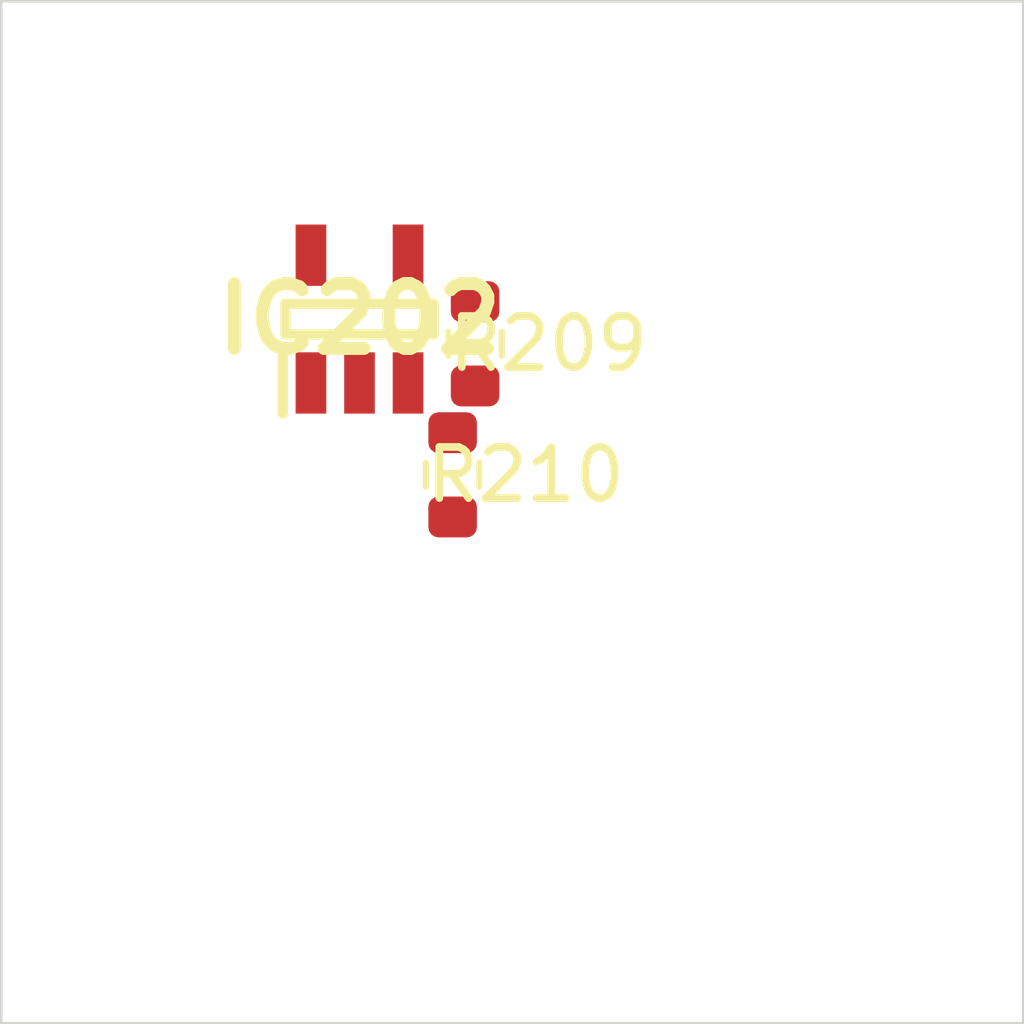
<source format=kicad_pcb>
 ( kicad_pcb  ( version 20171130 )
 ( host pcbnew 5.1.12-84ad8e8a86~92~ubuntu18.04.1 )
 ( general  ( thickness 1.6 )
 ( drawings 4 )
 ( tracks 0 )
 ( zones 0 )
 ( modules 3 )
 ( nets 5 )
)
 ( page A4 )
 ( layers  ( 0 F.Cu signal )
 ( 31 B.Cu signal )
 ( 32 B.Adhes user )
 ( 33 F.Adhes user )
 ( 34 B.Paste user )
 ( 35 F.Paste user )
 ( 36 B.SilkS user )
 ( 37 F.SilkS user )
 ( 38 B.Mask user )
 ( 39 F.Mask user )
 ( 40 Dwgs.User user )
 ( 41 Cmts.User user )
 ( 42 Eco1.User user )
 ( 43 Eco2.User user )
 ( 44 Edge.Cuts user )
 ( 45 Margin user )
 ( 46 B.CrtYd user )
 ( 47 F.CrtYd user )
 ( 48 B.Fab user )
 ( 49 F.Fab user )
)
 ( setup  ( last_trace_width 0.25 )
 ( trace_clearance 0.2 )
 ( zone_clearance 0.508 )
 ( zone_45_only no )
 ( trace_min 0.2 )
 ( via_size 0.8 )
 ( via_drill 0.4 )
 ( via_min_size 0.4 )
 ( via_min_drill 0.3 )
 ( uvia_size 0.3 )
 ( uvia_drill 0.1 )
 ( uvias_allowed no )
 ( uvia_min_size 0.2 )
 ( uvia_min_drill 0.1 )
 ( edge_width 0.05 )
 ( segment_width 0.2 )
 ( pcb_text_width 0.3 )
 ( pcb_text_size 1.5 1.5 )
 ( mod_edge_width 0.12 )
 ( mod_text_size 1 1 )
 ( mod_text_width 0.15 )
 ( pad_size 1.524 1.524 )
 ( pad_drill 0.762 )
 ( pad_to_mask_clearance 0 )
 ( aux_axis_origin 0 0 )
 ( visible_elements FFFFFF7F )
 ( pcbplotparams  ( layerselection 0x010fc_ffffffff )
 ( usegerberextensions false )
 ( usegerberattributes true )
 ( usegerberadvancedattributes true )
 ( creategerberjobfile true )
 ( excludeedgelayer true )
 ( linewidth 0.100000 )
 ( plotframeref false )
 ( viasonmask false )
 ( mode 1 )
 ( useauxorigin false )
 ( hpglpennumber 1 )
 ( hpglpenspeed 20 )
 ( hpglpendiameter 15.000000 )
 ( psnegative false )
 ( psa4output false )
 ( plotreference true )
 ( plotvalue true )
 ( plotinvisibletext false )
 ( padsonsilk false )
 ( subtractmaskfromsilk false )
 ( outputformat 1 )
 ( mirror false )
 ( drillshape 1 )
 ( scaleselection 1 )
 ( outputdirectory "" )
)
)
 ( net 0 "" )
 ( net 1 GND )
 ( net 2 VDDA )
 ( net 3 /Sheet6235D886/vp )
 ( net 4 "Net-(IC202-Pad3)" )
 ( net_class Default "This is the default net class."  ( clearance 0.2 )
 ( trace_width 0.25 )
 ( via_dia 0.8 )
 ( via_drill 0.4 )
 ( uvia_dia 0.3 )
 ( uvia_drill 0.1 )
 ( add_net /Sheet6235D886/vp )
 ( add_net GND )
 ( add_net "Net-(IC202-Pad3)" )
 ( add_net VDDA )
)
 ( module SOT95P280X145-5N locked  ( layer F.Cu )
 ( tedit 62336ED7 )
 ( tstamp 623423ED )
 ( at 87.010600 106.220000 90.000000 )
 ( descr DBV0005A )
 ( tags "Integrated Circuit" )
 ( path /6235D887/6266C08E )
 ( attr smd )
 ( fp_text reference IC202  ( at 0 0 )
 ( layer F.SilkS )
 ( effects  ( font  ( size 1.27 1.27 )
 ( thickness 0.254 )
)
)
)
 ( fp_text value TL071HIDBVR  ( at 0 0 )
 ( layer F.SilkS )
hide  ( effects  ( font  ( size 1.27 1.27 )
 ( thickness 0.254 )
)
)
)
 ( fp_line  ( start -1.85 -1.5 )
 ( end -0.65 -1.5 )
 ( layer F.SilkS )
 ( width 0.2 )
)
 ( fp_line  ( start -0.3 1.45 )
 ( end -0.3 -1.45 )
 ( layer F.SilkS )
 ( width 0.2 )
)
 ( fp_line  ( start 0.3 1.45 )
 ( end -0.3 1.45 )
 ( layer F.SilkS )
 ( width 0.2 )
)
 ( fp_line  ( start 0.3 -1.45 )
 ( end 0.3 1.45 )
 ( layer F.SilkS )
 ( width 0.2 )
)
 ( fp_line  ( start -0.3 -1.45 )
 ( end 0.3 -1.45 )
 ( layer F.SilkS )
 ( width 0.2 )
)
 ( fp_line  ( start -0.8 -0.5 )
 ( end 0.15 -1.45 )
 ( layer Dwgs.User )
 ( width 0.1 )
)
 ( fp_line  ( start -0.8 1.45 )
 ( end -0.8 -1.45 )
 ( layer Dwgs.User )
 ( width 0.1 )
)
 ( fp_line  ( start 0.8 1.45 )
 ( end -0.8 1.45 )
 ( layer Dwgs.User )
 ( width 0.1 )
)
 ( fp_line  ( start 0.8 -1.45 )
 ( end 0.8 1.45 )
 ( layer Dwgs.User )
 ( width 0.1 )
)
 ( fp_line  ( start -0.8 -1.45 )
 ( end 0.8 -1.45 )
 ( layer Dwgs.User )
 ( width 0.1 )
)
 ( fp_line  ( start -2.1 1.775 )
 ( end -2.1 -1.775 )
 ( layer Dwgs.User )
 ( width 0.05 )
)
 ( fp_line  ( start 2.1 1.775 )
 ( end -2.1 1.775 )
 ( layer Dwgs.User )
 ( width 0.05 )
)
 ( fp_line  ( start 2.1 -1.775 )
 ( end 2.1 1.775 )
 ( layer Dwgs.User )
 ( width 0.05 )
)
 ( fp_line  ( start -2.1 -1.775 )
 ( end 2.1 -1.775 )
 ( layer Dwgs.User )
 ( width 0.05 )
)
 ( pad 1 smd rect  ( at -1.25 -0.95 180.000000 )
 ( size 0.6 1.2 )
 ( layers F.Cu F.Mask F.Paste )
 ( net 3 /Sheet6235D886/vp )
)
 ( pad 2 smd rect  ( at -1.25 0 180.000000 )
 ( size 0.6 1.2 )
 ( layers F.Cu F.Mask F.Paste )
 ( net 1 GND )
)
 ( pad 3 smd rect  ( at -1.25 0.95 180.000000 )
 ( size 0.6 1.2 )
 ( layers F.Cu F.Mask F.Paste )
 ( net 4 "Net-(IC202-Pad3)" )
)
 ( pad 4 smd rect  ( at 1.25 0.95 180.000000 )
 ( size 0.6 1.2 )
 ( layers F.Cu F.Mask F.Paste )
 ( net 3 /Sheet6235D886/vp )
)
 ( pad 5 smd rect  ( at 1.25 -0.95 180.000000 )
 ( size 0.6 1.2 )
 ( layers F.Cu F.Mask F.Paste )
 ( net 2 VDDA )
)
)
 ( module Resistor_SMD:R_0603_1608Metric  ( layer F.Cu )
 ( tedit 5F68FEEE )
 ( tstamp 62342595 )
 ( at 89.273100 106.704000 270.000000 )
 ( descr "Resistor SMD 0603 (1608 Metric), square (rectangular) end terminal, IPC_7351 nominal, (Body size source: IPC-SM-782 page 72, https://www.pcb-3d.com/wordpress/wp-content/uploads/ipc-sm-782a_amendment_1_and_2.pdf), generated with kicad-footprint-generator" )
 ( tags resistor )
 ( path /6235D887/623CDBD9 )
 ( attr smd )
 ( fp_text reference R209  ( at 0 -1.43 )
 ( layer F.SilkS )
 ( effects  ( font  ( size 1 1 )
 ( thickness 0.15 )
)
)
)
 ( fp_text value 100k  ( at 0 1.43 )
 ( layer F.Fab )
 ( effects  ( font  ( size 1 1 )
 ( thickness 0.15 )
)
)
)
 ( fp_line  ( start -0.8 0.4125 )
 ( end -0.8 -0.4125 )
 ( layer F.Fab )
 ( width 0.1 )
)
 ( fp_line  ( start -0.8 -0.4125 )
 ( end 0.8 -0.4125 )
 ( layer F.Fab )
 ( width 0.1 )
)
 ( fp_line  ( start 0.8 -0.4125 )
 ( end 0.8 0.4125 )
 ( layer F.Fab )
 ( width 0.1 )
)
 ( fp_line  ( start 0.8 0.4125 )
 ( end -0.8 0.4125 )
 ( layer F.Fab )
 ( width 0.1 )
)
 ( fp_line  ( start -0.237258 -0.5225 )
 ( end 0.237258 -0.5225 )
 ( layer F.SilkS )
 ( width 0.12 )
)
 ( fp_line  ( start -0.237258 0.5225 )
 ( end 0.237258 0.5225 )
 ( layer F.SilkS )
 ( width 0.12 )
)
 ( fp_line  ( start -1.48 0.73 )
 ( end -1.48 -0.73 )
 ( layer F.CrtYd )
 ( width 0.05 )
)
 ( fp_line  ( start -1.48 -0.73 )
 ( end 1.48 -0.73 )
 ( layer F.CrtYd )
 ( width 0.05 )
)
 ( fp_line  ( start 1.48 -0.73 )
 ( end 1.48 0.73 )
 ( layer F.CrtYd )
 ( width 0.05 )
)
 ( fp_line  ( start 1.48 0.73 )
 ( end -1.48 0.73 )
 ( layer F.CrtYd )
 ( width 0.05 )
)
 ( fp_text user %R  ( at 0 0 )
 ( layer F.Fab )
 ( effects  ( font  ( size 0.4 0.4 )
 ( thickness 0.06 )
)
)
)
 ( pad 1 smd roundrect  ( at -0.825 0 270.000000 )
 ( size 0.8 0.95 )
 ( layers F.Cu F.Mask F.Paste )
 ( roundrect_rratio 0.25 )
 ( net 2 VDDA )
)
 ( pad 2 smd roundrect  ( at 0.825 0 270.000000 )
 ( size 0.8 0.95 )
 ( layers F.Cu F.Mask F.Paste )
 ( roundrect_rratio 0.25 )
 ( net 4 "Net-(IC202-Pad3)" )
)
 ( model ${KISYS3DMOD}/Resistor_SMD.3dshapes/R_0603_1608Metric.wrl  ( at  ( xyz 0 0 0 )
)
 ( scale  ( xyz 1 1 1 )
)
 ( rotate  ( xyz 0 0 0 )
)
)
)
 ( module Resistor_SMD:R_0603_1608Metric  ( layer F.Cu )
 ( tedit 5F68FEEE )
 ( tstamp 623425A6 )
 ( at 88.833200 109.268000 270.000000 )
 ( descr "Resistor SMD 0603 (1608 Metric), square (rectangular) end terminal, IPC_7351 nominal, (Body size source: IPC-SM-782 page 72, https://www.pcb-3d.com/wordpress/wp-content/uploads/ipc-sm-782a_amendment_1_and_2.pdf), generated with kicad-footprint-generator" )
 ( tags resistor )
 ( path /6235D887/623CDBDF )
 ( attr smd )
 ( fp_text reference R210  ( at 0 -1.43 )
 ( layer F.SilkS )
 ( effects  ( font  ( size 1 1 )
 ( thickness 0.15 )
)
)
)
 ( fp_text value 100k  ( at 0 1.43 )
 ( layer F.Fab )
 ( effects  ( font  ( size 1 1 )
 ( thickness 0.15 )
)
)
)
 ( fp_line  ( start 1.48 0.73 )
 ( end -1.48 0.73 )
 ( layer F.CrtYd )
 ( width 0.05 )
)
 ( fp_line  ( start 1.48 -0.73 )
 ( end 1.48 0.73 )
 ( layer F.CrtYd )
 ( width 0.05 )
)
 ( fp_line  ( start -1.48 -0.73 )
 ( end 1.48 -0.73 )
 ( layer F.CrtYd )
 ( width 0.05 )
)
 ( fp_line  ( start -1.48 0.73 )
 ( end -1.48 -0.73 )
 ( layer F.CrtYd )
 ( width 0.05 )
)
 ( fp_line  ( start -0.237258 0.5225 )
 ( end 0.237258 0.5225 )
 ( layer F.SilkS )
 ( width 0.12 )
)
 ( fp_line  ( start -0.237258 -0.5225 )
 ( end 0.237258 -0.5225 )
 ( layer F.SilkS )
 ( width 0.12 )
)
 ( fp_line  ( start 0.8 0.4125 )
 ( end -0.8 0.4125 )
 ( layer F.Fab )
 ( width 0.1 )
)
 ( fp_line  ( start 0.8 -0.4125 )
 ( end 0.8 0.4125 )
 ( layer F.Fab )
 ( width 0.1 )
)
 ( fp_line  ( start -0.8 -0.4125 )
 ( end 0.8 -0.4125 )
 ( layer F.Fab )
 ( width 0.1 )
)
 ( fp_line  ( start -0.8 0.4125 )
 ( end -0.8 -0.4125 )
 ( layer F.Fab )
 ( width 0.1 )
)
 ( fp_text user %R  ( at 0 0 )
 ( layer F.Fab )
 ( effects  ( font  ( size 0.4 0.4 )
 ( thickness 0.06 )
)
)
)
 ( pad 2 smd roundrect  ( at 0.825 0 270.000000 )
 ( size 0.8 0.95 )
 ( layers F.Cu F.Mask F.Paste )
 ( roundrect_rratio 0.25 )
 ( net 1 GND )
)
 ( pad 1 smd roundrect  ( at -0.825 0 270.000000 )
 ( size 0.8 0.95 )
 ( layers F.Cu F.Mask F.Paste )
 ( roundrect_rratio 0.25 )
 ( net 4 "Net-(IC202-Pad3)" )
)
 ( model ${KISYS3DMOD}/Resistor_SMD.3dshapes/R_0603_1608Metric.wrl  ( at  ( xyz 0 0 0 )
)
 ( scale  ( xyz 1 1 1 )
)
 ( rotate  ( xyz 0 0 0 )
)
)
)
 ( gr_line  ( start 100 100 )
 ( end 100 120 )
 ( layer Edge.Cuts )
 ( width 0.05 )
 ( tstamp 62E770C4 )
)
 ( gr_line  ( start 80 120 )
 ( end 100 120 )
 ( layer Edge.Cuts )
 ( width 0.05 )
 ( tstamp 62E770C0 )
)
 ( gr_line  ( start 80 100 )
 ( end 100 100 )
 ( layer Edge.Cuts )
 ( width 0.05 )
 ( tstamp 6234110C )
)
 ( gr_line  ( start 80 100 )
 ( end 80 120 )
 ( layer Edge.Cuts )
 ( width 0.05 )
)
)

</source>
